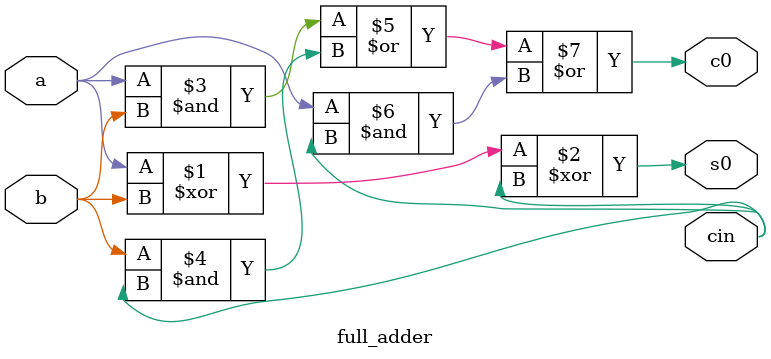
<source format=v>

module half_adder (
    input  a,
    input  b,
    output s0,
    output c0
);
  assign s0 = a ^ b;
  assign c0 = a & b;
endmodule

module full_adder (
    input  a,
    input  b,
    output cin,
    output s0,
    output c0
);
  assign s0 = a ^ b ^ cin;
  assign c0 = (a & b) | (b & cin) | (a & cin);
endmodule

</source>
